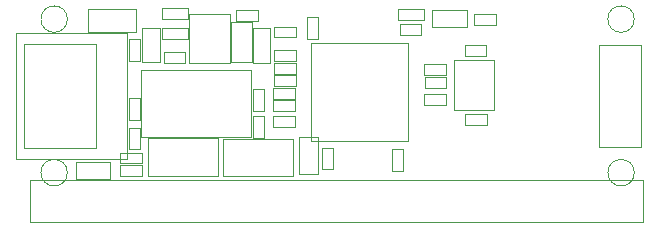
<source format=gbr>
%TF.GenerationSoftware,KiCad,Pcbnew,8.0.1*%
%TF.CreationDate,2024-04-07T18:53:55+05:30*%
%TF.ProjectId,Mitayi-Pico-RP2040,4d697461-7969-42d5-9069-636f2d525032,0.6*%
%TF.SameCoordinates,PX73df160PY5f2d3c0*%
%TF.FileFunction,Other,User*%
%FSLAX46Y46*%
G04 Gerber Fmt 4.6, Leading zero omitted, Abs format (unit mm)*
G04 Created by KiCad (PCBNEW 8.0.1) date 2024-04-07 18:53:55*
%MOMM*%
%LPD*%
G01*
G04 APERTURE LIST*
%ADD10C,0.050000*%
G04 APERTURE END LIST*
D10*
%TO.C,JP6*%
X23835000Y6990000D02*
X22235000Y6990000D01*
X23835000Y6990000D02*
X23835000Y3890000D01*
X22235000Y3890000D02*
X22235000Y6990000D01*
X22235000Y3890000D02*
X23835000Y3890000D01*
%TO.C,J3*%
X-500000Y3400000D02*
X-500000Y-200000D01*
X-500000Y-200000D02*
X51350000Y-200000D01*
X51350000Y3400000D02*
X-500000Y3400000D01*
X51350000Y-200000D02*
X51350000Y3400000D01*
%TO.C,JP5*%
X30610000Y17870000D02*
X32810000Y17870000D01*
X30610000Y16930000D02*
X30610000Y17870000D01*
X32810000Y17870000D02*
X32810000Y16930000D01*
X32810000Y16930000D02*
X30610000Y16930000D01*
%TO.C,D2*%
X33470000Y17760000D02*
X36430000Y17760000D01*
X33470000Y16300000D02*
X33470000Y17760000D01*
X36430000Y17760000D02*
X36430000Y16300000D01*
X36430000Y16300000D02*
X33470000Y16300000D01*
%TO.C,C17*%
X36310000Y8970000D02*
X38130000Y8970000D01*
X36310000Y8050000D02*
X36310000Y8970000D01*
X38130000Y8970000D02*
X38130000Y8050000D01*
X38130000Y8050000D02*
X36310000Y8050000D01*
%TO.C,C12*%
X24210000Y6100000D02*
X25130000Y6100000D01*
X24210000Y4280000D02*
X24210000Y6100000D01*
X25130000Y6100000D02*
X25130000Y4280000D01*
X25130000Y4280000D02*
X24210000Y4280000D01*
%TO.C,C13*%
X8980000Y16290000D02*
X10440000Y16290000D01*
X8980000Y13330000D02*
X8980000Y16290000D01*
X10440000Y16290000D02*
X10440000Y13330000D01*
X10440000Y13330000D02*
X8980000Y13330000D01*
%TO.C,C6*%
X30140000Y5990000D02*
X31060000Y5990000D01*
X30140000Y4170000D02*
X30140000Y5990000D01*
X31060000Y5990000D02*
X31060000Y4170000D01*
X31060000Y4170000D02*
X30140000Y4170000D01*
%TO.C,C11*%
X20160000Y16365000D02*
X21980000Y16365000D01*
X20160000Y15445000D02*
X20160000Y16365000D01*
X21980000Y16365000D02*
X21980000Y15445000D01*
X21980000Y15445000D02*
X20160000Y15445000D01*
%TO.C,C19*%
X7100000Y5700000D02*
X8920000Y5700000D01*
X7100000Y4780000D02*
X7100000Y5700000D01*
X8920000Y5700000D02*
X8920000Y4780000D01*
X8920000Y4780000D02*
X7100000Y4780000D01*
%TO.C,R2*%
X18360000Y8780000D02*
X19300000Y8780000D01*
X18360000Y6920000D02*
X18360000Y8780000D01*
X19300000Y8780000D02*
X19300000Y6920000D01*
X19300000Y6920000D02*
X18360000Y6920000D01*
%TO.C,R7*%
X37040000Y17430000D02*
X38900000Y17430000D01*
X37040000Y16490000D02*
X37040000Y17430000D01*
X38900000Y17430000D02*
X38900000Y16490000D01*
X38900000Y16490000D02*
X37040000Y16490000D01*
%TO.C,H3*%
X50628034Y17000000D02*
G75*
G02*
X48391966Y17000000I-1118034J0D01*
G01*
X48391966Y17000000D02*
G75*
G02*
X50628034Y17000000I1118034J0D01*
G01*
%TO.C,R10*%
X32850000Y10690000D02*
X34710000Y10690000D01*
X32850000Y9750000D02*
X32850000Y10690000D01*
X34710000Y10690000D02*
X34710000Y9750000D01*
X34710000Y9750000D02*
X32850000Y9750000D01*
%TO.C,C10*%
X22910000Y17140000D02*
X23830000Y17140000D01*
X22910000Y15320000D02*
X22910000Y17140000D01*
X23830000Y17140000D02*
X23830000Y15320000D01*
X23830000Y15320000D02*
X22910000Y15320000D01*
%TO.C,U3*%
X23250000Y14940000D02*
X23250000Y6700000D01*
X23250000Y6700000D02*
X31490000Y6700000D01*
X31490000Y14940000D02*
X23250000Y14940000D01*
X31490000Y6700000D02*
X31490000Y14940000D01*
%TO.C,R5*%
X20120000Y12295000D02*
X21980000Y12295000D01*
X20120000Y11355000D02*
X20120000Y12295000D01*
X21980000Y12295000D02*
X21980000Y11355000D01*
X21980000Y11355000D02*
X20120000Y11355000D01*
%TO.C,C2*%
X32860000Y13210000D02*
X34680000Y13210000D01*
X32860000Y12290000D02*
X32860000Y13210000D01*
X34680000Y13210000D02*
X34680000Y12290000D01*
X34680000Y12290000D02*
X32860000Y12290000D01*
%TO.C,U1*%
X8900000Y12720000D02*
X8900000Y7000000D01*
X8900000Y7000000D02*
X18200000Y7000000D01*
X18200000Y12720000D02*
X8900000Y12720000D01*
X18200000Y7000000D02*
X18200000Y12720000D01*
%TO.C,C5*%
X20065000Y11180000D02*
X21885000Y11180000D01*
X20065000Y10260000D02*
X20065000Y11180000D01*
X21885000Y11180000D02*
X21885000Y10260000D01*
X21885000Y10260000D02*
X20065000Y10260000D01*
%TO.C,R1*%
X18360000Y11110000D02*
X19300000Y11110000D01*
X18360000Y9250000D02*
X18360000Y11110000D01*
X19300000Y11110000D02*
X19300000Y9250000D01*
X19300000Y9250000D02*
X18360000Y9250000D01*
%TO.C,C4*%
X20150000Y14390000D02*
X21970000Y14390000D01*
X20150000Y13470000D02*
X20150000Y14390000D01*
X21970000Y14390000D02*
X21970000Y13470000D01*
X21970000Y13470000D02*
X20150000Y13470000D01*
%TO.C,C1*%
X7840000Y7820000D02*
X8760000Y7820000D01*
X7840000Y6000000D02*
X7840000Y7820000D01*
X8760000Y7820000D02*
X8760000Y6000000D01*
X8760000Y6000000D02*
X7840000Y6000000D01*
%TO.C,J5*%
X47600000Y14800000D02*
X47600000Y6150000D01*
X47600000Y6150000D02*
X51200000Y6150000D01*
X51200000Y14800000D02*
X47600000Y14800000D01*
X51200000Y6150000D02*
X51200000Y14800000D01*
%TO.C,JP1*%
X10650000Y17970000D02*
X12850000Y17970000D01*
X10650000Y17030000D02*
X10650000Y17970000D01*
X12850000Y17970000D02*
X12850000Y17030000D01*
X12850000Y17030000D02*
X10650000Y17030000D01*
%TO.C,R9*%
X16880000Y17770000D02*
X18740000Y17770000D01*
X16880000Y16830000D02*
X16880000Y17770000D01*
X18740000Y17770000D02*
X18740000Y16830000D01*
X18740000Y16830000D02*
X16880000Y16830000D01*
%TO.C,C9*%
X32870000Y12090000D02*
X34690000Y12090000D01*
X32870000Y11170000D02*
X32870000Y12090000D01*
X34690000Y12090000D02*
X34690000Y11170000D01*
X34690000Y11170000D02*
X32870000Y11170000D01*
%TO.C,C8*%
X30780000Y16560000D02*
X32600000Y16560000D01*
X30780000Y15640000D02*
X30780000Y16560000D01*
X32600000Y16560000D02*
X32600000Y15640000D01*
X32600000Y15640000D02*
X30780000Y15640000D01*
%TO.C,C15*%
X18350000Y16270000D02*
X19810000Y16270000D01*
X18350000Y13310000D02*
X18350000Y16270000D01*
X19810000Y16270000D02*
X19810000Y13310000D01*
X19810000Y13310000D02*
X18350000Y13310000D01*
%TO.C,H2*%
X50628034Y4000000D02*
G75*
G02*
X48391966Y4000000I-1118034J0D01*
G01*
X48391966Y4000000D02*
G75*
G02*
X50628034Y4000000I1118034J0D01*
G01*
%TO.C,J2*%
X-1720000Y15830000D02*
X-1720000Y5190000D01*
X7700000Y15830000D02*
X-1720000Y15830000D01*
X7700000Y15830000D02*
X7700000Y5190000D01*
X7700000Y5190000D02*
X-1720000Y5190000D01*
%TO.C,C16*%
X10770000Y14220000D02*
X12590000Y14220000D01*
X10770000Y13300000D02*
X10770000Y14220000D01*
X12590000Y14220000D02*
X12590000Y13300000D01*
X12590000Y13300000D02*
X10770000Y13300000D01*
%TO.C,JP4*%
X10650000Y16220000D02*
X12850000Y16220000D01*
X10650000Y15280000D02*
X10650000Y16220000D01*
X12850000Y16220000D02*
X12850000Y15280000D01*
X12850000Y15280000D02*
X10650000Y15280000D01*
%TO.C,R4*%
X7830000Y10280000D02*
X8770000Y10280000D01*
X7830000Y8420000D02*
X7830000Y10280000D01*
X8770000Y10280000D02*
X8770000Y8420000D01*
X8770000Y8420000D02*
X7830000Y8420000D01*
%TO.C,Y1*%
X35350000Y13530000D02*
X35350000Y9330000D01*
X35350000Y9330000D02*
X38750000Y9330000D01*
X38750000Y13530000D02*
X35350000Y13530000D01*
X38750000Y9330000D02*
X38750000Y13530000D01*
%TO.C,R8*%
X7050000Y4640000D02*
X8910000Y4640000D01*
X7050000Y3700000D02*
X7050000Y4640000D01*
X8910000Y4640000D02*
X8910000Y3700000D01*
X8910000Y3700000D02*
X7050000Y3700000D01*
%TO.C,D1*%
X4400000Y15950000D02*
X4400000Y17850000D01*
X8400000Y17850000D02*
X4400000Y17850000D01*
X8400000Y15950000D02*
X4400000Y15950000D01*
X8400000Y15950000D02*
X8400000Y17850000D01*
%TO.C,D3*%
X3320000Y4930000D02*
X6280000Y4930000D01*
X3320000Y3470000D02*
X3320000Y4930000D01*
X6280000Y4930000D02*
X6280000Y3470000D01*
X6280000Y3470000D02*
X3320000Y3470000D01*
%TO.C,H4*%
X2628034Y17000000D02*
G75*
G02*
X391966Y17000000I-1118034J0D01*
G01*
X391966Y17000000D02*
G75*
G02*
X2628034Y17000000I1118034J0D01*
G01*
%TO.C,J6*%
X-1040000Y14910000D02*
X-1040000Y6110000D01*
X-1040000Y14910000D02*
X5060000Y14910000D01*
X5060000Y14910000D02*
X5060000Y6110000D01*
X5060000Y6110000D02*
X-1040000Y6110000D01*
%TO.C,H1*%
X2628034Y4000000D02*
G75*
G02*
X391966Y4000000I-1118034J0D01*
G01*
X391966Y4000000D02*
G75*
G02*
X2628034Y4000000I1118034J0D01*
G01*
%TO.C,SW1*%
X9450000Y6900000D02*
X15350000Y6900000D01*
X15350000Y3700000D01*
X9450000Y3700000D01*
X9450000Y6900000D01*
%TO.C,C18*%
X36280000Y14790000D02*
X38100000Y14790000D01*
X36280000Y13870000D02*
X36280000Y14790000D01*
X38100000Y14790000D02*
X38100000Y13870000D01*
X38100000Y13870000D02*
X36280000Y13870000D01*
%TO.C,C7*%
X20060000Y10180000D02*
X21880000Y10180000D01*
X20060000Y9260000D02*
X20060000Y10180000D01*
X21880000Y10180000D02*
X21880000Y9260000D01*
X21880000Y9260000D02*
X20060000Y9260000D01*
%TO.C,R6*%
X20120000Y13295000D02*
X21980000Y13295000D01*
X20120000Y12355000D02*
X20120000Y13295000D01*
X21980000Y13295000D02*
X21980000Y12355000D01*
X21980000Y12355000D02*
X20120000Y12355000D01*
%TO.C,C14*%
X16520000Y16735000D02*
X18280000Y16735000D01*
X16520000Y13335000D02*
X16520000Y16735000D01*
X18280000Y16735000D02*
X18280000Y13335000D01*
X18280000Y13335000D02*
X16520000Y13335000D01*
%TO.C,R3*%
X7830000Y15330000D02*
X8770000Y15330000D01*
X7830000Y13470000D02*
X7830000Y15330000D01*
X8770000Y15330000D02*
X8770000Y13470000D01*
X8770000Y13470000D02*
X7830000Y13470000D01*
%TO.C,U2*%
X12970000Y17400000D02*
X12970000Y13300000D01*
X12970000Y13300000D02*
X16370000Y13300000D01*
X16370000Y17400000D02*
X12970000Y17400000D01*
X16370000Y13300000D02*
X16370000Y17400000D01*
%TO.C,R11*%
X20040000Y8800000D02*
X21900000Y8800000D01*
X20040000Y7860000D02*
X20040000Y8800000D01*
X21900000Y8800000D02*
X21900000Y7860000D01*
X21900000Y7860000D02*
X20040000Y7860000D01*
%TO.C,SW2*%
X21715000Y3685000D02*
X15815000Y3685000D01*
X15815000Y6885000D01*
X21715000Y6885000D01*
X21715000Y3685000D01*
%TD*%
M02*

</source>
